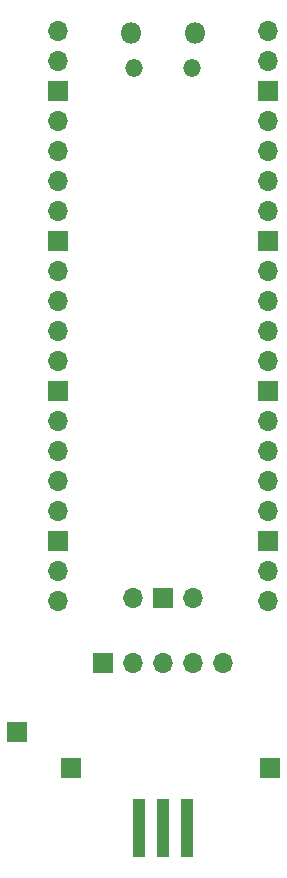
<source format=gbr>
%TF.GenerationSoftware,KiCad,Pcbnew,8.99.0-unknown-120b06f916~181~ubuntu22.04.1*%
%TF.CreationDate,2024-11-21T04:22:58-08:00*%
%TF.ProjectId,gb_video_pico_breakout,67625f76-6964-4656-9f5f-7069636f5f62,rev?*%
%TF.SameCoordinates,Original*%
%TF.FileFunction,Soldermask,Bot*%
%TF.FilePolarity,Negative*%
%FSLAX46Y46*%
G04 Gerber Fmt 4.6, Leading zero omitted, Abs format (unit mm)*
G04 Created by KiCad (PCBNEW 8.99.0-unknown-120b06f916~181~ubuntu22.04.1) date 2024-11-21 04:22:58*
%MOMM*%
%LPD*%
G01*
G04 APERTURE LIST*
%ADD10R,1.700000X1.700000*%
%ADD11R,1.000000X5.000000*%
%ADD12O,1.800000X1.800000*%
%ADD13O,1.500000X1.500000*%
%ADD14O,1.700000X1.700000*%
G04 APERTURE END LIST*
D10*
%TO.C,TP3*%
X137550000Y-117950000D03*
%TD*%
%TO.C,TP2*%
X142150000Y-120950000D03*
%TD*%
D11*
%TO.C,GB1*%
X147921320Y-126000000D03*
X149921320Y-126000000D03*
X151921320Y-126000000D03*
%TD*%
D10*
%TO.C,TP1*%
X159000000Y-120950000D03*
%TD*%
D12*
%TO.C,U4*%
X147190833Y-58700000D03*
D13*
X147490833Y-61730000D03*
X152340833Y-61730000D03*
D12*
X152640833Y-58700000D03*
D14*
X141025833Y-58570000D03*
X141025833Y-61110000D03*
D10*
X141025833Y-63650000D03*
D14*
X141025833Y-66190000D03*
X141025833Y-68730000D03*
X141025833Y-71270000D03*
X141025833Y-73810000D03*
D10*
X141025833Y-76350000D03*
D14*
X141025833Y-78890000D03*
X141025833Y-81430000D03*
X141025833Y-83970000D03*
X141025833Y-86510000D03*
D10*
X141025833Y-89050000D03*
D14*
X141025833Y-91590000D03*
X141025833Y-94130000D03*
X141025833Y-96670000D03*
X141025833Y-99210000D03*
D10*
X141025833Y-101750000D03*
D14*
X141025833Y-104290000D03*
X141025833Y-106830000D03*
X158805833Y-106830000D03*
X158805833Y-104290000D03*
D10*
X158805833Y-101750000D03*
D14*
X158805833Y-99210000D03*
X158805833Y-96670000D03*
X158805833Y-94130000D03*
X158805833Y-91590000D03*
D10*
X158805833Y-89050000D03*
D14*
X158805833Y-86510000D03*
X158805833Y-83970000D03*
X158805833Y-81430000D03*
X158805833Y-78890000D03*
D10*
X158805833Y-76350000D03*
D14*
X158805833Y-73810000D03*
X158805833Y-71270000D03*
X158805833Y-68730000D03*
X158805833Y-66190000D03*
D10*
X158805833Y-63650000D03*
D14*
X158805833Y-61110000D03*
X158805833Y-58570000D03*
X147375833Y-106600000D03*
D10*
X149915833Y-106600000D03*
D14*
X152455833Y-106600000D03*
%TD*%
D10*
%TO.C,J1*%
X144840833Y-112050000D03*
D14*
X147380833Y-112050000D03*
X149920833Y-112050000D03*
X152460833Y-112050000D03*
X155000833Y-112050000D03*
%TD*%
M02*

</source>
